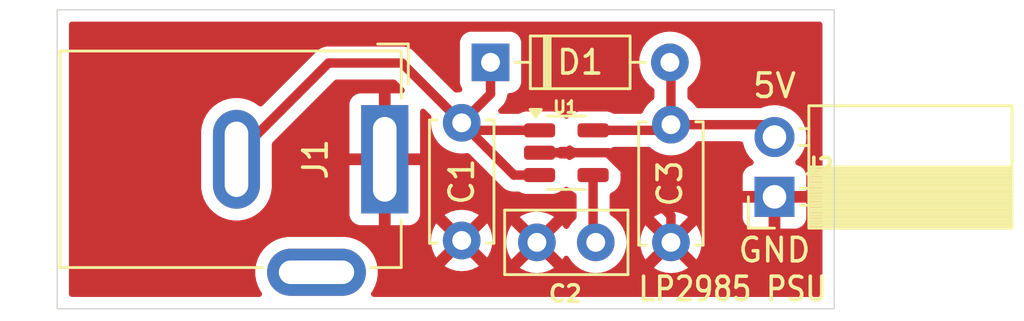
<source format=kicad_pcb>
(kicad_pcb (version 20240108) (generator "pcbnew") (generator_version "8.0")
  (title_block (title "Daisy Seed DevelopmentKit LP2985 Power Supply") (date "2024-03-10") (rev "1.0.1"))
  (layers (0 "F.Cu" signal) (31 "B.Cu" signal) (34 "B.Paste" user) (35 "F.Paste" user) (36 "B.SilkS" user "B.Silkscreen") (37 "F.SilkS" user "F.Silkscreen") (38 "B.Mask" user) (39 "F.Mask" user) (44 "Edge.Cuts" user))
  (net 0 "")
  (net 1 "GND")
  (net 2 "/2.5-16V")
  (net 3 "Net-(U1-BP)")
  (net 4 "/5V")
  (footprint "Capacitor_THT:C_Disc_D5.0mm_W2.5mm_P2.50mm" (layer "F.Cu") (at 96.585 84.81)
    (property "Reference" "C2" (at 1.205 2.185 0) (layer "F.SilkS") (effects (font (size 0.7 0.7))))
    (property "Value" "10nF")
    (fp_line (start -1.37 -1.37) (end -1.37 1.37) (stroke (width 0.12)) (layer "F.SilkS"))
    (fp_line (start -1.37 -1.37) (end 3.87 -1.37) (stroke (width 0.12)) (layer "F.SilkS"))
    (fp_line (start -1.37 1.37) (end 3.87 1.37) (stroke (width 0.12)) (layer "F.SilkS"))
    (fp_line (start 3.87 -1.37) (end 3.87 1.37) (stroke (width 0.12)) (layer "F.SilkS"))
    (pad "1" thru_hole circle (at 0 0) (size 1.6 1.6) (drill 0.8) (layers "*.Cu" "*.Mask") (net 1 "GND"))
    (pad "2" thru_hole circle (at 2.5 0) (size 1.6 1.6) (drill 0.8) (layers "*.Cu" "*.Mask") (net 3 "Net-(U1-BP)"))
  )
  (footprint "Package_TO_SOT_SMD:SOT-23-5" (layer "F.Cu") (at 97.835 81)
    (property "Reference" "U1" (at -0.045 -1.935 0) (layer "F.SilkS") (effects (font (size 0.5 0.5) (thickness 0.125))))
    (property "Value" "LP2985-5.0")
    (fp_line (start 0 -1.56) (end -0.8 -1.56) (stroke (width 0.12)) (layer "F.SilkS"))
    (fp_line (start 0 -1.56) (end 0.8 -1.56) (stroke (width 0.12)) (layer "F.SilkS"))
    (fp_line (start 0 1.56) (end -0.8 1.56) (stroke (width 0.12)) (layer "F.SilkS"))
    (fp_line (start 0 1.56) (end 0.8 1.56) (stroke (width 0.12)) (layer "F.SilkS"))
    (fp_poly (pts (xy -1.3 -1.51) (xy -1.54 -1.84) (xy -1.06 -1.84) (xy -1.3 -1.51)) (stroke (width 0.12)) (fill solid) (layer "F.SilkS"))
    (pad "1" smd roundrect (at -1.1375 -0.95) (size 1.325 0.6) (layers "F.Cu" "F.Paste" "F.Mask") (net 2 "/2.5-16V"))
    (pad "2" smd roundrect (at -1.1375 0) (size 1.325 0.6) (layers "F.Cu" "F.Paste" "F.Mask") (net 1 "GND"))
    (pad "3" smd roundrect (at -1.1375 0.95) (size 1.325 0.6) (layers "F.Cu" "F.Paste" "F.Mask") (net 2 "/2.5-16V"))
    (pad "4" smd roundrect (at 1.1375 0.95) (size 1.325 0.6) (layers "F.Cu" "F.Paste" "F.Mask") (net 3 "Net-(U1-BP)"))
    (pad "5" smd roundrect (at 1.1375 -0.95) (size 1.325 0.6) (layers "F.Cu" "F.Paste" "F.Mask") (net 4 "/5V"))
  )
  (footprint "Diode_THT:D_DO-35_SOD27_P7.62mm_Horizontal" (layer "F.Cu") (at 94.615 77.16)
    (property "Reference" "D1" (at 3.81 0 0) (layer "F.SilkS"))
    (property "Value" "BAT43")
    (fp_line (start 1.04 0) (end 1.69 0) (stroke (width 0.12)) (layer "F.SilkS"))
    (fp_line (start 1.69 -1.12) (end 1.69 1.12) (stroke (width 0.12)) (layer "F.SilkS"))
    (fp_line (start 1.69 1.12) (end 5.93 1.12) (stroke (width 0.12)) (layer "F.SilkS"))
    (fp_line (start 2.29 -1.12) (end 2.29 1.12) (stroke (width 0.12)) (layer "F.SilkS"))
    (fp_line (start 2.41 -1.12) (end 2.41 1.12) (stroke (width 0.12)) (layer "F.SilkS"))
    (fp_line (start 2.53 -1.12) (end 2.53 1.12) (stroke (width 0.12)) (layer "F.SilkS"))
    (fp_line (start 5.93 -1.12) (end 1.69 -1.12) (stroke (width 0.12)) (layer "F.SilkS"))
    (fp_line (start 5.93 1.12) (end 5.93 -1.12) (stroke (width 0.12)) (layer "F.SilkS"))
    (fp_line (start 6.58 0) (end 5.93 0) (stroke (width 0.12)) (layer "F.SilkS"))
    (pad "1" thru_hole rect (at 0 0) (size 1.6 1.6) (drill 0.8) (layers "*.Cu" "*.Mask") (net 2 "/2.5-16V"))
    (pad "2" thru_hole oval (at 7.62 0) (size 1.6 1.6) (drill 0.8) (layers "*.Cu" "*.Mask") (net 4 "/5V"))
  )
  (footprint "Capacitor_THT:C_Disc_D5.0mm_W2.5mm_P5.00mm" (layer "F.Cu") (at 93.39 79.73 -90)
    (property "Reference" "C1" (at 2.5 0 -90) (layer "F.SilkS"))
    (property "Value" "1μF")
    (fp_line (start -0.12 1.37) (end 5.12 1.37) (stroke (width 0.12)) (layer "F.SilkS"))
    (fp_line (start -0.12 1.055) (end -0.12 1.37) (stroke (width 0.12)) (layer "F.SilkS"))
    (fp_line (start 5.12 1.055) (end 5.12 1.37) (stroke (width 0.12)) (layer "F.SilkS"))
    (fp_line (start -0.12 -1.37) (end -0.12 -1.055) (stroke (width 0.12)) (layer "F.SilkS"))
    (fp_line (start -0.12 -1.37) (end 5.12 -1.37) (stroke (width 0.12)) (layer "F.SilkS"))
    (fp_line (start 5.12 -1.37) (end 5.12 -1.055) (stroke (width 0.12)) (layer "F.SilkS"))
    (pad "1" thru_hole circle (at 0 0 270) (size 1.6 1.6) (drill 0.8) (layers "*.Cu" "*.Mask") (net 2 "/2.5-16V"))
    (pad "2" thru_hole circle (at 5 0 270) (size 1.6 1.6) (drill 0.8) (layers "*.Cu" "*.Mask") (net 1 "GND"))
  )
  (footprint "Connector_BarrelJack:BarrelJack_GCT_DCJ200-10-A_Horizontal" (layer "F.Cu") (at 90.12 81.28 -90)
    (property "Reference" "J1" (at 0 2.945 90) (layer "F.SilkS"))
    (property "Value" "Barrel_Jack")
    (fp_line (start -4.6 13.8) (end -4.6 -0.7) (stroke (width 0.12)) (layer "F.SilkS"))
    (fp_line (start 4.6 13.8) (end -4.6 13.8) (stroke (width 0.12)) (layer "F.SilkS"))
    (fp_line (start 4.6 5.2) (end 4.6 13.8) (stroke (width 0.12)) (layer "F.SilkS"))
    (fp_line (start -4.6 -0.7) (end -2.6 -0.7) (stroke (width 0.12)) (layer "F.SilkS"))
    (fp_line (start 2.6 -0.7) (end 4.6 -0.7) (stroke (width 0.12)) (layer "F.SilkS"))
    (fp_line (start 4.6 -0.7) (end 4.6 0.6) (stroke (width 0.12)) (layer "F.SilkS"))
    (fp_line (start -4.9 -1) (end -4.9 0.3) (stroke (width 0.12)) (layer "F.SilkS"))
    (fp_line (start -3.2 -1) (end -4.9 -1) (stroke (width 0.12)) (layer "F.SilkS"))
    (pad "1" thru_hole rect (at 0 0 270) (size 4.6 2) (drill oval 3.6 1) (layers "*.Cu" "*.Mask") (net 1 "GND"))
    (pad "2" thru_hole oval (at 0 6.3 270) (size 4.2 2) (drill oval 3.2 1) (layers "*.Cu" "*.Mask") (net 2 "/2.5-16V"))
    (pad "3" thru_hole oval (at 4.8 2.9 270) (size 2 4.2) (drill oval 1 3.2) (layers "*.Cu" "*.Mask"))
  )
  (footprint "Connector_PinSocket_2.54mm:PinSocket_1x02_P2.54mm_Horizontal" (layer "F.Cu") (at 106.68 82.875 180)
    (property "Reference" "J2" (at -1.905 1.3 180) (layer "F.SilkS") (effects (font (size 0.7 0.7))))
    (property "Value" "Conn_01x02_Pin")
    (fp_line (start 1.11 -1.33) (end 1.11 0) (stroke (width 0.12)) (layer "F.SilkS"))
    (fp_line (start 0 -1.33) (end 1.11 -1.33) (stroke (width 0.12)) (layer "F.SilkS"))
    (fp_line (start -1.46 2.9) (end -1.05 2.9) (stroke (width 0.12)) (layer "F.SilkS"))
    (fp_line (start -1.46 2.18) (end -1.05 2.18) (stroke (width 0.12)) (layer "F.SilkS"))
    (fp_line (start -1.46 0.36) (end -1.11 0.36) (stroke (width 0.12)) (layer "F.SilkS"))
    (fp_line (start -1.46 -0.36) (end -1.11 -0.36) (stroke (width 0.12)) (layer "F.SilkS"))
    (fp_line (start -1.46 -1.33) (end -1.46 3.87) (stroke (width 0.12)) (layer "F.SilkS"))
    (fp_line (start -10.09 3.87) (end -1.46 3.87) (stroke (width 0.12)) (layer "F.SilkS"))
    (fp_line (start -10.09 1.27) (end -1.46 1.27) (stroke (width 0.12)) (layer "F.SilkS"))
    (fp_line (start -10.09 1.1519) (end -1.46 1.1519) (stroke (width 0.12)) (layer "F.SilkS"))
    (fp_line (start -10.09 1.033805) (end -1.46 1.033805) (stroke (width 0.12)) (layer "F.SilkS"))
    (fp_line (start -10.09 0.91571) (end -1.46 0.91571) (stroke (width 0.12)) (layer "F.SilkS"))
    (fp_line (start -10.09 0.797615) (end -1.46 0.797615) (stroke (width 0.12)) (layer "F.SilkS"))
    (fp_line (start -10.09 0.67952) (end -1.46 0.67952) (stroke (width 0.12)) (layer "F.SilkS"))
    (fp_line (start -10.09 0.561425) (end -1.46 0.561425) (stroke (width 0.12)) (layer "F.SilkS"))
    (fp_line (start -10.09 0.44333) (end -1.46 0.44333) (stroke (width 0.12)) (layer "F.SilkS"))
    (fp_line (start -10.09 0.325235) (end -1.46 0.325235) (stroke (width 0.12)) (layer "F.SilkS"))
    (fp_line (start -10.09 0.20714) (end -1.46 0.20714) (stroke (width 0.12)) (layer "F.SilkS"))
    (fp_line (start -10.09 0.089045) (end -1.46 0.089045) (stroke (width 0.12)) (layer "F.SilkS"))
    (fp_line (start -10.09 -0.02905) (end -1.46 -0.02905) (stroke (width 0.12)) (layer "F.SilkS"))
    (fp_line (start -10.09 -0.147145) (end -1.46 -0.147145) (stroke (width 0.12)) (layer "F.SilkS"))
    (fp_line (start -10.09 -0.26524) (end -1.46 -0.26524) (stroke (width 0.12)) (layer "F.SilkS"))
    (fp_line (start -10.09 -0.383335) (end -1.46 -0.383335) (stroke (width 0.12)) (layer "F.SilkS"))
    (fp_line (start -10.09 -0.50143) (end -1.46 -0.50143) (stroke (width 0.12)) (layer "F.SilkS"))
    (fp_line (start -10.09 -0.619525) (end -1.46 -0.619525) (stroke (width 0.12)) (layer "F.SilkS"))
    (fp_line (start -10.09 -0.73762) (end -1.46 -0.73762) (stroke (width 0.12)) (layer "F.SilkS"))
    (fp_line (start -10.09 -0.855715) (end -1.46 -0.855715) (stroke (width 0.12)) (layer "F.SilkS"))
    (fp_line (start -10.09 -0.97381) (end -1.46 -0.97381) (stroke (width 0.12)) (layer "F.SilkS"))
    (fp_line (start -10.09 -1.091905) (end -1.46 -1.091905) (stroke (width 0.12)) (layer "F.SilkS"))
    (fp_line (start -10.09 -1.21) (end -1.46 -1.21) (stroke (width 0.12)) (layer "F.SilkS"))
    (fp_line (start -10.09 -1.33) (end -1.46 -1.33) (stroke (width 0.12)) (layer "F.SilkS"))
    (fp_line (start -10.09 -1.33) (end -10.09 3.87) (stroke (width 0.12)) (layer "F.SilkS"))
    (pad "1" thru_hole rect (at 0 0 180) (size 1.7 1.7) (drill 1) (layers "*.Cu" "*.Mask") (net 1 "GND"))
    (pad "2" thru_hole oval (at 0 2.54 180) (size 1.7 1.7) (drill 1) (layers "*.Cu" "*.Mask") (net 4 "/5V"))
  )
  (footprint "Capacitor_THT:C_Disc_D5.0mm_W2.5mm_P5.00mm" (layer "F.Cu") (at 102.28 79.81 -90)
    (property "Reference" "C3" (at 2.5 0.045 90) (layer "F.SilkS"))
    (property "Value" "2.2μF")
    (fp_line (start -0.12 1.37) (end 5.12 1.37) (stroke (width 0.12)) (layer "F.SilkS"))
    (fp_line (start -0.12 1.055) (end -0.12 1.37) (stroke (width 0.12)) (layer "F.SilkS"))
    (fp_line (start 5.12 1.055) (end 5.12 1.37) (stroke (width 0.12)) (layer "F.SilkS"))
    (fp_line (start -0.12 -1.37) (end -0.12 -1.055) (stroke (width 0.12)) (layer "F.SilkS"))
    (fp_line (start -0.12 -1.37) (end 5.12 -1.37) (stroke (width 0.12)) (layer "F.SilkS"))
    (fp_line (start 5.12 -1.37) (end 5.12 -1.055) (stroke (width 0.12)) (layer "F.SilkS"))
    (pad "1" thru_hole circle (at 0 0 270) (size 1.6 1.6) (drill 0.8) (layers "*.Cu" "*.Mask") (net 4 "/5V"))
    (pad "2" thru_hole circle (at 5 0 270) (size 1.6 1.6) (drill 0.8) (layers "*.Cu" "*.Mask") (net 1 "GND"))
  )
  (gr_rect (start 76.2 74.93) (end 109.22 87.63) (stroke (width 0.05)) (fill none) (layer "Edge.Cuts"))
  (gr_text "GND" (at 106.68 85.725 0) (layer "F.SilkS") (effects (font (size 1 1)) (justify bottom)))
  (gr_text "5V" (at 106.68 78.74 0) (layer "F.SilkS") (effects (font (size 1 1)) (justify bottom)))
  (gr_text "LP2985 PSU" (at 104.902 87.376 0) (layer "F.SilkS") (effects (font (size 1 0.85)) (justify bottom)))
  (segment (start 96.6975 81) (end 99.60137 81) (width 0.4) (layer "F.Cu") (net 1))
  (segment (start 99.60137 81) (end 102.28 83.67863) (width 0.4) (layer "F.Cu") (net 1))
  (segment (start 102.28 83.67863) (end 102.28 84.81) (width 0.4) (layer "F.Cu") (net 1))
  (segment (start 93.39 79.73) (end 93.71 80.05) (width 0.4) (layer "F.Cu") (net 2))
  (segment (start 95.61 81.95) (end 96.6975 81.95) (width 0.4) (layer "F.Cu") (net 2))
  (segment (start 93.71 80.05) (end 96.6975 80.05) (width 0.4) (layer "F.Cu") (net 2))
  (segment (start 94.615 78.505) (end 94.615 77.78) (width 0.4) (layer "F.Cu") (net 2))
  (segment (start 83.64 81.28) (end 87.73 77.19) (width 0.4) (layer "F.Cu") (net 2))
  (segment (start 90.85 77.19) (end 93.39 79.73) (width 0.4) (layer "F.Cu") (net 2))
  (segment (start 93.39 79.73) (end 95.61 81.95) (width 0.4) (layer "F.Cu") (net 2))
  (segment (start 87.73 77.19) (end 90.85 77.19) (width 0.4) (layer "F.Cu") (net 2))
  (segment (start 93.39 79.73) (end 94.615 78.505) (width 0.4) (layer "F.Cu") (net 2))
  (segment (start 98.9725 84.6975) (end 99.085 84.81) (width 0.2) (layer "F.Cu") (net 3))
  (segment (start 98.9725 81.95) (end 98.9725 84.6975) (width 0.4) (layer "F.Cu") (net 3))
  (segment (start 98.9725 80.05) (end 102.04 80.05) (width 0.4) (layer "F.Cu") (net 4))
  (segment (start 106.155 79.81) (end 106.68 80.335) (width 0.4) (layer "F.Cu") (net 4))
  (segment (start 102.04 80.05) (end 102.28 79.81) (width 0.2) (layer "F.Cu") (net 4))
  (segment (start 102.28 79.81) (end 102.28 77.825) (width 0.4) (layer "F.Cu") (net 4))
  (segment (start 102.28 77.825) (end 101.645 77.19) (width 0.2) (layer "F.Cu") (net 4))
  (segment (start 102.28 79.81) (end 106.155 79.81) (width 0.4) (layer "F.Cu") (net 4))
  (zone (net 1) (net_name "GND") (layer "F.Cu") (connect_pads (clearance 0.5)) (min_thickness 0.25) (fill yes (thermal_gap 0.5) (thermal_bridge_width 0.5))
    (polygon (pts (xy 76.2 74.93) (xy 76.2 87.63) (xy 109.22 87.63) (xy 109.22 74.93)))
  )
)
</source>
